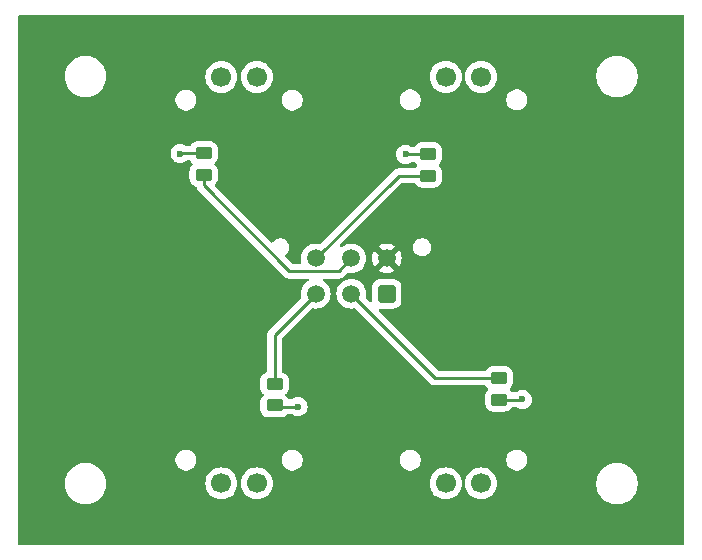
<source format=gbr>
%TF.GenerationSoftware,KiCad,Pcbnew,8.0.5*%
%TF.CreationDate,2024-10-02T10:46:16-05:00*%
%TF.ProjectId,FanBoardPCB,46616e42-6f61-4726-9450-43422e6b6963,rev?*%
%TF.SameCoordinates,Original*%
%TF.FileFunction,Copper,L2,Bot*%
%TF.FilePolarity,Positive*%
%FSLAX46Y46*%
G04 Gerber Fmt 4.6, Leading zero omitted, Abs format (unit mm)*
G04 Created by KiCad (PCBNEW 8.0.5) date 2024-10-02 10:46:16*
%MOMM*%
%LPD*%
G01*
G04 APERTURE LIST*
G04 Aperture macros list*
%AMRoundRect*
0 Rectangle with rounded corners*
0 $1 Rounding radius*
0 $2 $3 $4 $5 $6 $7 $8 $9 X,Y pos of 4 corners*
0 Add a 4 corners polygon primitive as box body*
4,1,4,$2,$3,$4,$5,$6,$7,$8,$9,$2,$3,0*
0 Add four circle primitives for the rounded corners*
1,1,$1+$1,$2,$3*
1,1,$1+$1,$4,$5*
1,1,$1+$1,$6,$7*
1,1,$1+$1,$8,$9*
0 Add four rect primitives between the rounded corners*
20,1,$1+$1,$2,$3,$4,$5,0*
20,1,$1+$1,$4,$5,$6,$7,0*
20,1,$1+$1,$6,$7,$8,$9,0*
20,1,$1+$1,$8,$9,$2,$3,0*%
G04 Aperture macros list end*
%TA.AperFunction,SMDPad,CuDef*%
%ADD10RoundRect,0.250000X0.450000X-0.262500X0.450000X0.262500X-0.450000X0.262500X-0.450000X-0.262500X0*%
%TD*%
%TA.AperFunction,ComponentPad*%
%ADD11RoundRect,0.250001X0.499999X0.499999X-0.499999X0.499999X-0.499999X-0.499999X0.499999X-0.499999X0*%
%TD*%
%TA.AperFunction,ComponentPad*%
%ADD12C,1.500000*%
%TD*%
%TA.AperFunction,ComponentPad*%
%ADD13C,1.700000*%
%TD*%
%TA.AperFunction,SMDPad,CuDef*%
%ADD14RoundRect,0.250000X-0.450000X0.262500X-0.450000X-0.262500X0.450000X-0.262500X0.450000X0.262500X0*%
%TD*%
%TA.AperFunction,ViaPad*%
%ADD15C,0.600000*%
%TD*%
%TA.AperFunction,Conductor*%
%ADD16C,0.250000*%
%TD*%
G04 APERTURE END LIST*
D10*
%TO.P,R6,1*%
%TO.N,/FAN4*%
X175500000Y-49912500D03*
%TO.P,R6,2*%
%TO.N,Net-(Q2-G)*%
X175500000Y-48087500D03*
%TD*%
%TO.P,R5,2*%
%TO.N,Net-(Q1-G)*%
X156500000Y-48000000D03*
%TO.P,R5,1*%
%TO.N,/FAN3*%
X156500000Y-49825000D03*
%TD*%
D11*
%TO.P,J13,1,Pin_1*%
%TO.N,+12V*%
X172000000Y-59920000D03*
D12*
%TO.P,J13,2,Pin_2*%
%TO.N,/FAN1*%
X169000000Y-59920000D03*
%TO.P,J13,3,Pin_3*%
%TO.N,/FAN2*%
X166000000Y-59920000D03*
%TO.P,J13,4,Pin_4*%
%TO.N,GNDPWR*%
X172000000Y-56920000D03*
%TO.P,J13,5,Pin_5*%
%TO.N,/FAN3*%
X169000000Y-56920000D03*
%TO.P,J13,6,Pin_6*%
%TO.N,/FAN4*%
X166000000Y-56920000D03*
%TD*%
D13*
%TO.P,J2,1,Pin_1*%
%TO.N,+12V*%
X180000000Y-41540000D03*
%TO.P,J2,2,Pin_2*%
%TO.N,Net-(D1-A)*%
X177000000Y-41540000D03*
%TD*%
%TO.P,J1,2,Pin_2*%
%TO.N,Net-(D2-A)*%
X158000000Y-41550000D03*
%TO.P,J1,1,Pin_1*%
%TO.N,+12V*%
X161000000Y-41550000D03*
%TD*%
%TO.P,J3,2,Pin_2*%
%TO.N,Net-(D3-A)*%
X180000000Y-75960000D03*
%TO.P,J3,1,Pin_1*%
%TO.N,+12V*%
X177000000Y-75960000D03*
%TD*%
D10*
%TO.P,R7,2*%
%TO.N,/FAN1*%
X181500000Y-67047500D03*
%TO.P,R7,1*%
%TO.N,Net-(Q4-G)*%
X181500000Y-68872500D03*
%TD*%
D14*
%TO.P,R8,2*%
%TO.N,Net-(Q3-G)*%
X162500000Y-69372500D03*
%TO.P,R8,1*%
%TO.N,/FAN2*%
X162500000Y-67547500D03*
%TD*%
D13*
%TO.P,J4,2,Pin_2*%
%TO.N,Net-(D4-A)*%
X161000000Y-75960000D03*
%TO.P,J4,1,Pin_1*%
%TO.N,+12V*%
X158000000Y-75960000D03*
%TD*%
D15*
%TO.N,GNDPWR*%
X154500000Y-49865000D03*
X184000000Y-58000000D03*
X154000000Y-57937500D03*
X164500000Y-67635000D03*
X183500000Y-66960000D03*
%TO.N,Net-(Q2-G)*%
X173600000Y-48100000D03*
%TO.N,Net-(Q1-G)*%
X154500000Y-48040000D03*
%TO.N,Net-(Q3-G)*%
X164500000Y-69460000D03*
%TO.N,Net-(Q4-G)*%
X183487500Y-68860000D03*
%TO.N,GNDPWR*%
X173500000Y-51500000D03*
%TD*%
D16*
%TO.N,Net-(Q2-G)*%
X175487500Y-48100000D02*
X175500000Y-48087500D01*
X173600000Y-48100000D02*
X175487500Y-48100000D01*
%TO.N,Net-(Q3-G)*%
X162587500Y-69460000D02*
X162500000Y-69372500D01*
X164500000Y-69460000D02*
X162587500Y-69460000D01*
%TO.N,Net-(Q4-G)*%
X183475000Y-68872500D02*
X183487500Y-68860000D01*
X181500000Y-68872500D02*
X183475000Y-68872500D01*
%TO.N,/FAN1*%
X176127500Y-67047500D02*
X169000000Y-59920000D01*
X181500000Y-67047500D02*
X176127500Y-67047500D01*
%TO.N,/FAN2*%
X162500000Y-63420000D02*
X166000000Y-59920000D01*
X162500000Y-67547500D02*
X162500000Y-63420000D01*
%TO.N,/FAN4*%
X173007500Y-49912500D02*
X166000000Y-56920000D01*
X175500000Y-49912500D02*
X173007500Y-49912500D01*
%TO.N,/FAN3*%
X167920000Y-58000000D02*
X169000000Y-56920000D01*
X163762764Y-58000000D02*
X167920000Y-58000000D01*
X156500000Y-49825000D02*
X156500000Y-50737236D01*
X156500000Y-50737236D02*
X163762764Y-58000000D01*
%TO.N,Net-(Q1-G)*%
X156500000Y-48000000D02*
X154540000Y-48000000D01*
X154540000Y-48000000D02*
X154500000Y-48040000D01*
%TD*%
%TA.AperFunction,Conductor*%
%TO.N,GNDPWR*%
G36*
X197142539Y-36320185D02*
G01*
X197188294Y-36372989D01*
X197199500Y-36424500D01*
X197199500Y-81075500D01*
X197179815Y-81142539D01*
X197127011Y-81188294D01*
X197075500Y-81199500D01*
X140924500Y-81199500D01*
X140857461Y-81179815D01*
X140811706Y-81127011D01*
X140800500Y-81075500D01*
X140800500Y-75885010D01*
X144745500Y-75885010D01*
X144745500Y-76114989D01*
X144745501Y-76115005D01*
X144775518Y-76343009D01*
X144775519Y-76343014D01*
X144775520Y-76343020D01*
X144835046Y-76565175D01*
X144835049Y-76565185D01*
X144923057Y-76777654D01*
X144923061Y-76777664D01*
X145038055Y-76976839D01*
X145178064Y-77159303D01*
X145178070Y-77159310D01*
X145340689Y-77321929D01*
X145340696Y-77321935D01*
X145523160Y-77461944D01*
X145722335Y-77576938D01*
X145722336Y-77576938D01*
X145722339Y-77576940D01*
X145934824Y-77664954D01*
X146156980Y-77724480D01*
X146385004Y-77754500D01*
X146385011Y-77754500D01*
X146614989Y-77754500D01*
X146614996Y-77754500D01*
X146843020Y-77724480D01*
X147065176Y-77664954D01*
X147277661Y-77576940D01*
X147476840Y-77461944D01*
X147659305Y-77321934D01*
X147821934Y-77159305D01*
X147961944Y-76976840D01*
X148076940Y-76777661D01*
X148164954Y-76565176D01*
X148224480Y-76343020D01*
X148254500Y-76114996D01*
X148254500Y-75959999D01*
X156644341Y-75959999D01*
X156644341Y-75960000D01*
X156664936Y-76195403D01*
X156664938Y-76195413D01*
X156726094Y-76423655D01*
X156726096Y-76423659D01*
X156726097Y-76423663D01*
X156792086Y-76565176D01*
X156825965Y-76637830D01*
X156825967Y-76637834D01*
X156923871Y-76777654D01*
X156961505Y-76831401D01*
X157128599Y-76998495D01*
X157225384Y-77066265D01*
X157322165Y-77134032D01*
X157322167Y-77134033D01*
X157322170Y-77134035D01*
X157536337Y-77233903D01*
X157764592Y-77295063D01*
X157952918Y-77311539D01*
X157999999Y-77315659D01*
X158000000Y-77315659D01*
X158000001Y-77315659D01*
X158039234Y-77312226D01*
X158235408Y-77295063D01*
X158463663Y-77233903D01*
X158677830Y-77134035D01*
X158871401Y-76998495D01*
X159038495Y-76831401D01*
X159174035Y-76637830D01*
X159273903Y-76423663D01*
X159335063Y-76195408D01*
X159355659Y-75960000D01*
X159355659Y-75959999D01*
X159644341Y-75959999D01*
X159644341Y-75960000D01*
X159664936Y-76195403D01*
X159664938Y-76195413D01*
X159726094Y-76423655D01*
X159726096Y-76423659D01*
X159726097Y-76423663D01*
X159792086Y-76565176D01*
X159825965Y-76637830D01*
X159825967Y-76637834D01*
X159923871Y-76777654D01*
X159961505Y-76831401D01*
X160128599Y-76998495D01*
X160225384Y-77066265D01*
X160322165Y-77134032D01*
X160322167Y-77134033D01*
X160322170Y-77134035D01*
X160536337Y-77233903D01*
X160764592Y-77295063D01*
X160952918Y-77311539D01*
X160999999Y-77315659D01*
X161000000Y-77315659D01*
X161000001Y-77315659D01*
X161039234Y-77312226D01*
X161235408Y-77295063D01*
X161463663Y-77233903D01*
X161677830Y-77134035D01*
X161871401Y-76998495D01*
X162038495Y-76831401D01*
X162174035Y-76637830D01*
X162273903Y-76423663D01*
X162335063Y-76195408D01*
X162355659Y-75960000D01*
X162355659Y-75959999D01*
X175644341Y-75959999D01*
X175644341Y-75960000D01*
X175664936Y-76195403D01*
X175664938Y-76195413D01*
X175726094Y-76423655D01*
X175726096Y-76423659D01*
X175726097Y-76423663D01*
X175792086Y-76565176D01*
X175825965Y-76637830D01*
X175825967Y-76637834D01*
X175923871Y-76777654D01*
X175961505Y-76831401D01*
X176128599Y-76998495D01*
X176225384Y-77066265D01*
X176322165Y-77134032D01*
X176322167Y-77134033D01*
X176322170Y-77134035D01*
X176536337Y-77233903D01*
X176764592Y-77295063D01*
X176952918Y-77311539D01*
X176999999Y-77315659D01*
X177000000Y-77315659D01*
X177000001Y-77315659D01*
X177039234Y-77312226D01*
X177235408Y-77295063D01*
X177463663Y-77233903D01*
X177677830Y-77134035D01*
X177871401Y-76998495D01*
X178038495Y-76831401D01*
X178174035Y-76637830D01*
X178273903Y-76423663D01*
X178335063Y-76195408D01*
X178355659Y-75960000D01*
X178355659Y-75959999D01*
X178644341Y-75959999D01*
X178644341Y-75960000D01*
X178664936Y-76195403D01*
X178664938Y-76195413D01*
X178726094Y-76423655D01*
X178726096Y-76423659D01*
X178726097Y-76423663D01*
X178792086Y-76565176D01*
X178825965Y-76637830D01*
X178825967Y-76637834D01*
X178923871Y-76777654D01*
X178961505Y-76831401D01*
X179128599Y-76998495D01*
X179225384Y-77066265D01*
X179322165Y-77134032D01*
X179322167Y-77134033D01*
X179322170Y-77134035D01*
X179536337Y-77233903D01*
X179764592Y-77295063D01*
X179952918Y-77311539D01*
X179999999Y-77315659D01*
X180000000Y-77315659D01*
X180000001Y-77315659D01*
X180039234Y-77312226D01*
X180235408Y-77295063D01*
X180463663Y-77233903D01*
X180677830Y-77134035D01*
X180871401Y-76998495D01*
X181038495Y-76831401D01*
X181174035Y-76637830D01*
X181273903Y-76423663D01*
X181335063Y-76195408D01*
X181355659Y-75960000D01*
X181349098Y-75885010D01*
X189745500Y-75885010D01*
X189745500Y-76114989D01*
X189745501Y-76115005D01*
X189775518Y-76343009D01*
X189775519Y-76343014D01*
X189775520Y-76343020D01*
X189835046Y-76565175D01*
X189835049Y-76565185D01*
X189923057Y-76777654D01*
X189923061Y-76777664D01*
X190038055Y-76976839D01*
X190178064Y-77159303D01*
X190178070Y-77159310D01*
X190340689Y-77321929D01*
X190340696Y-77321935D01*
X190523160Y-77461944D01*
X190722335Y-77576938D01*
X190722336Y-77576938D01*
X190722339Y-77576940D01*
X190934824Y-77664954D01*
X191156980Y-77724480D01*
X191385004Y-77754500D01*
X191385011Y-77754500D01*
X191614989Y-77754500D01*
X191614996Y-77754500D01*
X191843020Y-77724480D01*
X192065176Y-77664954D01*
X192277661Y-77576940D01*
X192476840Y-77461944D01*
X192659305Y-77321934D01*
X192821934Y-77159305D01*
X192961944Y-76976840D01*
X193076940Y-76777661D01*
X193164954Y-76565176D01*
X193224480Y-76343020D01*
X193254500Y-76114996D01*
X193254500Y-75885004D01*
X193224480Y-75656980D01*
X193164954Y-75434824D01*
X193076940Y-75222339D01*
X192961944Y-75023160D01*
X192883942Y-74921505D01*
X192821935Y-74840696D01*
X192821929Y-74840689D01*
X192659310Y-74678070D01*
X192659303Y-74678064D01*
X192476839Y-74538055D01*
X192277664Y-74423061D01*
X192277654Y-74423057D01*
X192065185Y-74335049D01*
X192065178Y-74335047D01*
X192065176Y-74335046D01*
X191843020Y-74275520D01*
X191843014Y-74275519D01*
X191843009Y-74275518D01*
X191615005Y-74245501D01*
X191615002Y-74245500D01*
X191614996Y-74245500D01*
X191385004Y-74245500D01*
X191384998Y-74245500D01*
X191384994Y-74245501D01*
X191156990Y-74275518D01*
X191156983Y-74275519D01*
X191156980Y-74275520D01*
X190934824Y-74335046D01*
X190934814Y-74335049D01*
X190722345Y-74423057D01*
X190722335Y-74423061D01*
X190523160Y-74538055D01*
X190340696Y-74678064D01*
X190340689Y-74678070D01*
X190178070Y-74840689D01*
X190178064Y-74840696D01*
X190038055Y-75023160D01*
X189923061Y-75222335D01*
X189923057Y-75222345D01*
X189835049Y-75434814D01*
X189835046Y-75434824D01*
X189775521Y-75656977D01*
X189775518Y-75656990D01*
X189745501Y-75884994D01*
X189745500Y-75885010D01*
X181349098Y-75885010D01*
X181335063Y-75724592D01*
X181273903Y-75496337D01*
X181174035Y-75282171D01*
X181132141Y-75222339D01*
X181038494Y-75088597D01*
X180871402Y-74921506D01*
X180871395Y-74921501D01*
X180677834Y-74785967D01*
X180677830Y-74785965D01*
X180677828Y-74785964D01*
X180463663Y-74686097D01*
X180463659Y-74686096D01*
X180463655Y-74686094D01*
X180235413Y-74624938D01*
X180235403Y-74624936D01*
X180000001Y-74604341D01*
X179999999Y-74604341D01*
X179764596Y-74624936D01*
X179764586Y-74624938D01*
X179536344Y-74686094D01*
X179536335Y-74686098D01*
X179322171Y-74785964D01*
X179322169Y-74785965D01*
X179128597Y-74921505D01*
X178961505Y-75088597D01*
X178825965Y-75282169D01*
X178825964Y-75282171D01*
X178726098Y-75496335D01*
X178726094Y-75496344D01*
X178664938Y-75724586D01*
X178664936Y-75724596D01*
X178644341Y-75959999D01*
X178355659Y-75959999D01*
X178335063Y-75724592D01*
X178273903Y-75496337D01*
X178174035Y-75282171D01*
X178132141Y-75222339D01*
X178038494Y-75088597D01*
X177871402Y-74921506D01*
X177871395Y-74921501D01*
X177677834Y-74785967D01*
X177677830Y-74785965D01*
X177677828Y-74785964D01*
X177463663Y-74686097D01*
X177463659Y-74686096D01*
X177463655Y-74686094D01*
X177235413Y-74624938D01*
X177235403Y-74624936D01*
X177000001Y-74604341D01*
X176999999Y-74604341D01*
X176764596Y-74624936D01*
X176764586Y-74624938D01*
X176536344Y-74686094D01*
X176536335Y-74686098D01*
X176322171Y-74785964D01*
X176322169Y-74785965D01*
X176128597Y-74921505D01*
X175961505Y-75088597D01*
X175825965Y-75282169D01*
X175825964Y-75282171D01*
X175726098Y-75496335D01*
X175726094Y-75496344D01*
X175664938Y-75724586D01*
X175664936Y-75724596D01*
X175644341Y-75959999D01*
X162355659Y-75959999D01*
X162335063Y-75724592D01*
X162273903Y-75496337D01*
X162174035Y-75282171D01*
X162132141Y-75222339D01*
X162038494Y-75088597D01*
X161871402Y-74921506D01*
X161871395Y-74921501D01*
X161677834Y-74785967D01*
X161677830Y-74785965D01*
X161677828Y-74785964D01*
X161463663Y-74686097D01*
X161463659Y-74686096D01*
X161463655Y-74686094D01*
X161235413Y-74624938D01*
X161235403Y-74624936D01*
X161000001Y-74604341D01*
X160999999Y-74604341D01*
X160764596Y-74624936D01*
X160764586Y-74624938D01*
X160536344Y-74686094D01*
X160536335Y-74686098D01*
X160322171Y-74785964D01*
X160322169Y-74785965D01*
X160128597Y-74921505D01*
X159961505Y-75088597D01*
X159825965Y-75282169D01*
X159825964Y-75282171D01*
X159726098Y-75496335D01*
X159726094Y-75496344D01*
X159664938Y-75724586D01*
X159664936Y-75724596D01*
X159644341Y-75959999D01*
X159355659Y-75959999D01*
X159335063Y-75724592D01*
X159273903Y-75496337D01*
X159174035Y-75282171D01*
X159132141Y-75222339D01*
X159038494Y-75088597D01*
X158871402Y-74921506D01*
X158871395Y-74921501D01*
X158677834Y-74785967D01*
X158677830Y-74785965D01*
X158677828Y-74785964D01*
X158463663Y-74686097D01*
X158463659Y-74686096D01*
X158463655Y-74686094D01*
X158235413Y-74624938D01*
X158235403Y-74624936D01*
X158000001Y-74604341D01*
X157999999Y-74604341D01*
X157764596Y-74624936D01*
X157764586Y-74624938D01*
X157536344Y-74686094D01*
X157536335Y-74686098D01*
X157322171Y-74785964D01*
X157322169Y-74785965D01*
X157128597Y-74921505D01*
X156961505Y-75088597D01*
X156825965Y-75282169D01*
X156825964Y-75282171D01*
X156726098Y-75496335D01*
X156726094Y-75496344D01*
X156664938Y-75724586D01*
X156664936Y-75724596D01*
X156644341Y-75959999D01*
X148254500Y-75959999D01*
X148254500Y-75885004D01*
X148224480Y-75656980D01*
X148164954Y-75434824D01*
X148076940Y-75222339D01*
X147961944Y-75023160D01*
X147883942Y-74921505D01*
X147821935Y-74840696D01*
X147821929Y-74840689D01*
X147659310Y-74678070D01*
X147659303Y-74678064D01*
X147476839Y-74538055D01*
X147277664Y-74423061D01*
X147277654Y-74423057D01*
X147065185Y-74335049D01*
X147065178Y-74335047D01*
X147065176Y-74335046D01*
X146843020Y-74275520D01*
X146843014Y-74275519D01*
X146843009Y-74275518D01*
X146615005Y-74245501D01*
X146615002Y-74245500D01*
X146614996Y-74245500D01*
X146385004Y-74245500D01*
X146384998Y-74245500D01*
X146384994Y-74245501D01*
X146156990Y-74275518D01*
X146156983Y-74275519D01*
X146156980Y-74275520D01*
X145934824Y-74335046D01*
X145934814Y-74335049D01*
X145722345Y-74423057D01*
X145722335Y-74423061D01*
X145523160Y-74538055D01*
X145340696Y-74678064D01*
X145340689Y-74678070D01*
X145178070Y-74840689D01*
X145178064Y-74840696D01*
X145038055Y-75023160D01*
X144923061Y-75222335D01*
X144923057Y-75222345D01*
X144835049Y-75434814D01*
X144835046Y-75434824D01*
X144775521Y-75656977D01*
X144775518Y-75656990D01*
X144745501Y-75884994D01*
X144745500Y-75885010D01*
X140800500Y-75885010D01*
X140800500Y-73912387D01*
X154110500Y-73912387D01*
X154110500Y-74087612D01*
X154144681Y-74259450D01*
X154144684Y-74259462D01*
X154211731Y-74421329D01*
X154211738Y-74421342D01*
X154309079Y-74567022D01*
X154309082Y-74567026D01*
X154432973Y-74690917D01*
X154432977Y-74690920D01*
X154578657Y-74788261D01*
X154578670Y-74788268D01*
X154740537Y-74855315D01*
X154740542Y-74855317D01*
X154912387Y-74889499D01*
X154912391Y-74889500D01*
X154912392Y-74889500D01*
X155087609Y-74889500D01*
X155087610Y-74889499D01*
X155259458Y-74855317D01*
X155421336Y-74788265D01*
X155567023Y-74690920D01*
X155690920Y-74567023D01*
X155788265Y-74421336D01*
X155855317Y-74259458D01*
X155889500Y-74087608D01*
X155889500Y-73912392D01*
X155889499Y-73912387D01*
X163110500Y-73912387D01*
X163110500Y-74087612D01*
X163144681Y-74259450D01*
X163144684Y-74259462D01*
X163211731Y-74421329D01*
X163211738Y-74421342D01*
X163309079Y-74567022D01*
X163309082Y-74567026D01*
X163432973Y-74690917D01*
X163432977Y-74690920D01*
X163578657Y-74788261D01*
X163578670Y-74788268D01*
X163740537Y-74855315D01*
X163740542Y-74855317D01*
X163912387Y-74889499D01*
X163912391Y-74889500D01*
X163912392Y-74889500D01*
X164087609Y-74889500D01*
X164087610Y-74889499D01*
X164259458Y-74855317D01*
X164421336Y-74788265D01*
X164567023Y-74690920D01*
X164690920Y-74567023D01*
X164788265Y-74421336D01*
X164855317Y-74259458D01*
X164889500Y-74087608D01*
X164889500Y-73912392D01*
X164889499Y-73912387D01*
X173110500Y-73912387D01*
X173110500Y-74087612D01*
X173144681Y-74259450D01*
X173144684Y-74259462D01*
X173211731Y-74421329D01*
X173211738Y-74421342D01*
X173309079Y-74567022D01*
X173309082Y-74567026D01*
X173432973Y-74690917D01*
X173432977Y-74690920D01*
X173578657Y-74788261D01*
X173578670Y-74788268D01*
X173740537Y-74855315D01*
X173740542Y-74855317D01*
X173912387Y-74889499D01*
X173912391Y-74889500D01*
X173912392Y-74889500D01*
X174087609Y-74889500D01*
X174087610Y-74889499D01*
X174259458Y-74855317D01*
X174421336Y-74788265D01*
X174567023Y-74690920D01*
X174690920Y-74567023D01*
X174788265Y-74421336D01*
X174855317Y-74259458D01*
X174889500Y-74087608D01*
X174889500Y-73912392D01*
X174889499Y-73912387D01*
X182110500Y-73912387D01*
X182110500Y-74087612D01*
X182144681Y-74259450D01*
X182144684Y-74259462D01*
X182211731Y-74421329D01*
X182211738Y-74421342D01*
X182309079Y-74567022D01*
X182309082Y-74567026D01*
X182432973Y-74690917D01*
X182432977Y-74690920D01*
X182578657Y-74788261D01*
X182578670Y-74788268D01*
X182740537Y-74855315D01*
X182740542Y-74855317D01*
X182912387Y-74889499D01*
X182912391Y-74889500D01*
X182912392Y-74889500D01*
X183087609Y-74889500D01*
X183087610Y-74889499D01*
X183259458Y-74855317D01*
X183421336Y-74788265D01*
X183567023Y-74690920D01*
X183690920Y-74567023D01*
X183788265Y-74421336D01*
X183855317Y-74259458D01*
X183889500Y-74087608D01*
X183889500Y-73912392D01*
X183855317Y-73740542D01*
X183855315Y-73740537D01*
X183788268Y-73578670D01*
X183788261Y-73578657D01*
X183690920Y-73432977D01*
X183690917Y-73432973D01*
X183567026Y-73309082D01*
X183567022Y-73309079D01*
X183421342Y-73211738D01*
X183421329Y-73211731D01*
X183259462Y-73144684D01*
X183259450Y-73144681D01*
X183087612Y-73110500D01*
X183087608Y-73110500D01*
X182912392Y-73110500D01*
X182912387Y-73110500D01*
X182740549Y-73144681D01*
X182740537Y-73144684D01*
X182578670Y-73211731D01*
X182578657Y-73211738D01*
X182432977Y-73309079D01*
X182432973Y-73309082D01*
X182309082Y-73432973D01*
X182309079Y-73432977D01*
X182211738Y-73578657D01*
X182211731Y-73578670D01*
X182144684Y-73740537D01*
X182144681Y-73740549D01*
X182110500Y-73912387D01*
X174889499Y-73912387D01*
X174855317Y-73740542D01*
X174855315Y-73740537D01*
X174788268Y-73578670D01*
X174788261Y-73578657D01*
X174690920Y-73432977D01*
X174690917Y-73432973D01*
X174567026Y-73309082D01*
X174567022Y-73309079D01*
X174421342Y-73211738D01*
X174421329Y-73211731D01*
X174259462Y-73144684D01*
X174259450Y-73144681D01*
X174087612Y-73110500D01*
X174087608Y-73110500D01*
X173912392Y-73110500D01*
X173912387Y-73110500D01*
X173740549Y-73144681D01*
X173740537Y-73144684D01*
X173578670Y-73211731D01*
X173578657Y-73211738D01*
X173432977Y-73309079D01*
X173432973Y-73309082D01*
X173309082Y-73432973D01*
X173309079Y-73432977D01*
X173211738Y-73578657D01*
X173211731Y-73578670D01*
X173144684Y-73740537D01*
X173144681Y-73740549D01*
X173110500Y-73912387D01*
X164889499Y-73912387D01*
X164855317Y-73740542D01*
X164855315Y-73740537D01*
X164788268Y-73578670D01*
X164788261Y-73578657D01*
X164690920Y-73432977D01*
X164690917Y-73432973D01*
X164567026Y-73309082D01*
X164567022Y-73309079D01*
X164421342Y-73211738D01*
X164421329Y-73211731D01*
X164259462Y-73144684D01*
X164259450Y-73144681D01*
X164087612Y-73110500D01*
X164087608Y-73110500D01*
X163912392Y-73110500D01*
X163912387Y-73110500D01*
X163740549Y-73144681D01*
X163740537Y-73144684D01*
X163578670Y-73211731D01*
X163578657Y-73211738D01*
X163432977Y-73309079D01*
X163432973Y-73309082D01*
X163309082Y-73432973D01*
X163309079Y-73432977D01*
X163211738Y-73578657D01*
X163211731Y-73578670D01*
X163144684Y-73740537D01*
X163144681Y-73740549D01*
X163110500Y-73912387D01*
X155889499Y-73912387D01*
X155855317Y-73740542D01*
X155855315Y-73740537D01*
X155788268Y-73578670D01*
X155788261Y-73578657D01*
X155690920Y-73432977D01*
X155690917Y-73432973D01*
X155567026Y-73309082D01*
X155567022Y-73309079D01*
X155421342Y-73211738D01*
X155421329Y-73211731D01*
X155259462Y-73144684D01*
X155259450Y-73144681D01*
X155087612Y-73110500D01*
X155087608Y-73110500D01*
X154912392Y-73110500D01*
X154912387Y-73110500D01*
X154740549Y-73144681D01*
X154740537Y-73144684D01*
X154578670Y-73211731D01*
X154578657Y-73211738D01*
X154432977Y-73309079D01*
X154432973Y-73309082D01*
X154309082Y-73432973D01*
X154309079Y-73432977D01*
X154211738Y-73578657D01*
X154211731Y-73578670D01*
X154144684Y-73740537D01*
X154144681Y-73740549D01*
X154110500Y-73912387D01*
X140800500Y-73912387D01*
X140800500Y-48039996D01*
X153694435Y-48039996D01*
X153694435Y-48040003D01*
X153714630Y-48219249D01*
X153714631Y-48219254D01*
X153774211Y-48389523D01*
X153811912Y-48449523D01*
X153870184Y-48542262D01*
X153997738Y-48669816D01*
X154020953Y-48684403D01*
X154095361Y-48731157D01*
X154150478Y-48765789D01*
X154203674Y-48784403D01*
X154320745Y-48825368D01*
X154320750Y-48825369D01*
X154499996Y-48845565D01*
X154500000Y-48845565D01*
X154500004Y-48845565D01*
X154679249Y-48825369D01*
X154679252Y-48825368D01*
X154679255Y-48825368D01*
X154849522Y-48765789D01*
X155002262Y-48669816D01*
X155010259Y-48661819D01*
X155071582Y-48628334D01*
X155097940Y-48625500D01*
X155322912Y-48625500D01*
X155389951Y-48645185D01*
X155428449Y-48684401D01*
X155457288Y-48731156D01*
X155457289Y-48731157D01*
X155550951Y-48824819D01*
X155584436Y-48886142D01*
X155579452Y-48955834D01*
X155550951Y-49000181D01*
X155457289Y-49093842D01*
X155365187Y-49243163D01*
X155365185Y-49243168D01*
X155344017Y-49307049D01*
X155310001Y-49409703D01*
X155310001Y-49409704D01*
X155310000Y-49409704D01*
X155299500Y-49512483D01*
X155299500Y-50137501D01*
X155299501Y-50137519D01*
X155310000Y-50240296D01*
X155310001Y-50240299D01*
X155365185Y-50406831D01*
X155365186Y-50406834D01*
X155457288Y-50556156D01*
X155581344Y-50680212D01*
X155730666Y-50772314D01*
X155810471Y-50798758D01*
X155867915Y-50838531D01*
X155893083Y-50892271D01*
X155897604Y-50914998D01*
X155898537Y-50919688D01*
X155912347Y-50953028D01*
X155912347Y-50953029D01*
X155945685Y-51033516D01*
X155945690Y-51033525D01*
X155979914Y-51084743D01*
X155979915Y-51084745D01*
X156014140Y-51135967D01*
X156014141Y-51135968D01*
X156014142Y-51135969D01*
X156101267Y-51223094D01*
X156101268Y-51223094D01*
X156108335Y-51230161D01*
X156108334Y-51230161D01*
X156108337Y-51230163D01*
X163276905Y-58398732D01*
X163276906Y-58398733D01*
X163364030Y-58485857D01*
X163364032Y-58485859D01*
X163466471Y-58554307D01*
X163466475Y-58554309D01*
X163466478Y-58554311D01*
X163580312Y-58601463D01*
X163640735Y-58613481D01*
X163701157Y-58625500D01*
X165275279Y-58625500D01*
X165342318Y-58645185D01*
X165388073Y-58697989D01*
X165398017Y-58767147D01*
X165368992Y-58830703D01*
X165346402Y-58851075D01*
X165193121Y-58958402D01*
X165038402Y-59113121D01*
X164912900Y-59292357D01*
X164912898Y-59292361D01*
X164820426Y-59490668D01*
X164820422Y-59490677D01*
X164763793Y-59702020D01*
X164763793Y-59702024D01*
X164744723Y-59919997D01*
X164744723Y-59920002D01*
X164763793Y-60137975D01*
X164763793Y-60137976D01*
X164773505Y-60174221D01*
X164771842Y-60244071D01*
X164741411Y-60293996D01*
X162101269Y-62934140D01*
X162014144Y-63021264D01*
X162014138Y-63021272D01*
X161945692Y-63123705D01*
X161945684Y-63123719D01*
X161912347Y-63204207D01*
X161906823Y-63217543D01*
X161898537Y-63237545D01*
X161898535Y-63237553D01*
X161874500Y-63358389D01*
X161874500Y-66462983D01*
X161854815Y-66530022D01*
X161802011Y-66575777D01*
X161789510Y-66580686D01*
X161730666Y-66600186D01*
X161730663Y-66600187D01*
X161581342Y-66692289D01*
X161457289Y-66816342D01*
X161365187Y-66965663D01*
X161365186Y-66965666D01*
X161310001Y-67132203D01*
X161310001Y-67132204D01*
X161310000Y-67132204D01*
X161299500Y-67234983D01*
X161299500Y-67860001D01*
X161299501Y-67860019D01*
X161310000Y-67962796D01*
X161310001Y-67962799D01*
X161365185Y-68129331D01*
X161365187Y-68129336D01*
X161372594Y-68141344D01*
X161427390Y-68230184D01*
X161457289Y-68278657D01*
X161550951Y-68372319D01*
X161584436Y-68433642D01*
X161579452Y-68503334D01*
X161550951Y-68547681D01*
X161457289Y-68641342D01*
X161365187Y-68790663D01*
X161365186Y-68790666D01*
X161310001Y-68957203D01*
X161310001Y-68957204D01*
X161310000Y-68957204D01*
X161299500Y-69059983D01*
X161299500Y-69685001D01*
X161299501Y-69685019D01*
X161310000Y-69787796D01*
X161310001Y-69787799D01*
X161365185Y-69954331D01*
X161365186Y-69954334D01*
X161457288Y-70103656D01*
X161581344Y-70227712D01*
X161730666Y-70319814D01*
X161897203Y-70374999D01*
X161999991Y-70385500D01*
X163000008Y-70385499D01*
X163000016Y-70385498D01*
X163000019Y-70385498D01*
X163056302Y-70379748D01*
X163102797Y-70374999D01*
X163269334Y-70319814D01*
X163418656Y-70227712D01*
X163524550Y-70121818D01*
X163585873Y-70088334D01*
X163612231Y-70085500D01*
X163955145Y-70085500D01*
X164021116Y-70104505D01*
X164150478Y-70185789D01*
X164270287Y-70227712D01*
X164320745Y-70245368D01*
X164320750Y-70245369D01*
X164499996Y-70265565D01*
X164500000Y-70265565D01*
X164500004Y-70265565D01*
X164679249Y-70245369D01*
X164679252Y-70245368D01*
X164679255Y-70245368D01*
X164849522Y-70185789D01*
X165002262Y-70089816D01*
X165129816Y-69962262D01*
X165225789Y-69809522D01*
X165285368Y-69639255D01*
X165291392Y-69585789D01*
X165305565Y-69460003D01*
X165305565Y-69459996D01*
X165285369Y-69280750D01*
X165285368Y-69280745D01*
X165225788Y-69110476D01*
X165129815Y-68957737D01*
X165002262Y-68830184D01*
X164849523Y-68734211D01*
X164679254Y-68674631D01*
X164679249Y-68674630D01*
X164500004Y-68654435D01*
X164499996Y-68654435D01*
X164320750Y-68674630D01*
X164320745Y-68674631D01*
X164150476Y-68734211D01*
X164021117Y-68815494D01*
X163955145Y-68834500D01*
X163731058Y-68834500D01*
X163664019Y-68814815D01*
X163625519Y-68775597D01*
X163599992Y-68734211D01*
X163542712Y-68641344D01*
X163449049Y-68547681D01*
X163415564Y-68486358D01*
X163420548Y-68416666D01*
X163449049Y-68372319D01*
X163463631Y-68357737D01*
X163542712Y-68278656D01*
X163634814Y-68129334D01*
X163689999Y-67962797D01*
X163700500Y-67860009D01*
X163700499Y-67234992D01*
X163689999Y-67132203D01*
X163634814Y-66965666D01*
X163542712Y-66816344D01*
X163418656Y-66692288D01*
X163269334Y-66600186D01*
X163210493Y-66580688D01*
X163153051Y-66540916D01*
X163126228Y-66476400D01*
X163125500Y-66462983D01*
X163125500Y-63730452D01*
X163145185Y-63663413D01*
X163161819Y-63642771D01*
X163870450Y-62934140D01*
X165626003Y-61178586D01*
X165687324Y-61145103D01*
X165745777Y-61146495D01*
X165782015Y-61156205D01*
X165782016Y-61156205D01*
X165782023Y-61156207D01*
X165967537Y-61172437D01*
X165999998Y-61175277D01*
X166000000Y-61175277D01*
X166000002Y-61175277D01*
X166028254Y-61172805D01*
X166217977Y-61156207D01*
X166429330Y-61099575D01*
X166627639Y-61007102D01*
X166806877Y-60881598D01*
X166961598Y-60726877D01*
X167087102Y-60547639D01*
X167179575Y-60349330D01*
X167236207Y-60137977D01*
X167255277Y-59920000D01*
X167255277Y-59919997D01*
X167744723Y-59919997D01*
X167744723Y-59920002D01*
X167763793Y-60137975D01*
X167763793Y-60137979D01*
X167820422Y-60349322D01*
X167820424Y-60349326D01*
X167820425Y-60349330D01*
X167866661Y-60448484D01*
X167912897Y-60547638D01*
X167912898Y-60547639D01*
X168038402Y-60726877D01*
X168193123Y-60881598D01*
X168372361Y-61007102D01*
X168570670Y-61099575D01*
X168782023Y-61156207D01*
X168964926Y-61172208D01*
X168999998Y-61175277D01*
X169000000Y-61175277D01*
X169000002Y-61175277D01*
X169030212Y-61172633D01*
X169217977Y-61156207D01*
X169217985Y-61156205D01*
X169227156Y-61153747D01*
X169254221Y-61146495D01*
X169324071Y-61148156D01*
X169373998Y-61178588D01*
X175638516Y-67443106D01*
X175638545Y-67443137D01*
X175728763Y-67533355D01*
X175728767Y-67533358D01*
X175831207Y-67601807D01*
X175831213Y-67601810D01*
X175831214Y-67601811D01*
X175945048Y-67648963D01*
X176005471Y-67660981D01*
X176065893Y-67673000D01*
X176065894Y-67673000D01*
X180322912Y-67673000D01*
X180389951Y-67692685D01*
X180428451Y-67731903D01*
X180457289Y-67778657D01*
X180550951Y-67872319D01*
X180584436Y-67933642D01*
X180579452Y-68003334D01*
X180550951Y-68047681D01*
X180457289Y-68141342D01*
X180365187Y-68290663D01*
X180365186Y-68290666D01*
X180310001Y-68457203D01*
X180310001Y-68457204D01*
X180310000Y-68457204D01*
X180299500Y-68559983D01*
X180299500Y-69185001D01*
X180299501Y-69185019D01*
X180310000Y-69287796D01*
X180310001Y-69287799D01*
X180365185Y-69454331D01*
X180365187Y-69454336D01*
X180387071Y-69489815D01*
X180457288Y-69603656D01*
X180581344Y-69727712D01*
X180730666Y-69819814D01*
X180897203Y-69874999D01*
X180999991Y-69885500D01*
X182000008Y-69885499D01*
X182000016Y-69885498D01*
X182000019Y-69885498D01*
X182056302Y-69879748D01*
X182102797Y-69874999D01*
X182269334Y-69819814D01*
X182418656Y-69727712D01*
X182542712Y-69603656D01*
X182571549Y-69556902D01*
X182623497Y-69510179D01*
X182677088Y-69498000D01*
X182962539Y-69498000D01*
X183028510Y-69517005D01*
X183137978Y-69585789D01*
X183290758Y-69639249D01*
X183308245Y-69645368D01*
X183308250Y-69645369D01*
X183487496Y-69665565D01*
X183487500Y-69665565D01*
X183487504Y-69665565D01*
X183666749Y-69645369D01*
X183666752Y-69645368D01*
X183666755Y-69645368D01*
X183837022Y-69585789D01*
X183989762Y-69489816D01*
X184117316Y-69362262D01*
X184213289Y-69209522D01*
X184272868Y-69039255D01*
X184293065Y-68860000D01*
X184288050Y-68815494D01*
X184272869Y-68680750D01*
X184272868Y-68680745D01*
X184230614Y-68559991D01*
X184213289Y-68510478D01*
X184198133Y-68486358D01*
X184117315Y-68357737D01*
X183989762Y-68230184D01*
X183837023Y-68134211D01*
X183666754Y-68074631D01*
X183666749Y-68074630D01*
X183487504Y-68054435D01*
X183487496Y-68054435D01*
X183308250Y-68074630D01*
X183308245Y-68074631D01*
X183137977Y-68134211D01*
X183052219Y-68188097D01*
X182988722Y-68227994D01*
X182922752Y-68247000D01*
X182677088Y-68247000D01*
X182610049Y-68227315D01*
X182571549Y-68188097D01*
X182542712Y-68141344D01*
X182449049Y-68047681D01*
X182415564Y-67986358D01*
X182420548Y-67916666D01*
X182449049Y-67872319D01*
X182461367Y-67860001D01*
X182542712Y-67778656D01*
X182634814Y-67629334D01*
X182689999Y-67462797D01*
X182700500Y-67360009D01*
X182700499Y-66734992D01*
X182689999Y-66632203D01*
X182634814Y-66465666D01*
X182542712Y-66316344D01*
X182418656Y-66192288D01*
X182269334Y-66100186D01*
X182102797Y-66045001D01*
X182102795Y-66045000D01*
X182000010Y-66034500D01*
X180999998Y-66034500D01*
X180999980Y-66034501D01*
X180897203Y-66045000D01*
X180897200Y-66045001D01*
X180730668Y-66100185D01*
X180730663Y-66100187D01*
X180581342Y-66192289D01*
X180457289Y-66316342D01*
X180428451Y-66363097D01*
X180376503Y-66409821D01*
X180322912Y-66422000D01*
X176437952Y-66422000D01*
X176370913Y-66402315D01*
X176350271Y-66385681D01*
X171345721Y-61381131D01*
X171312236Y-61319808D01*
X171317220Y-61250116D01*
X171359092Y-61194183D01*
X171424556Y-61169766D01*
X171446006Y-61170092D01*
X171449992Y-61170500D01*
X171449998Y-61170500D01*
X172550003Y-61170500D01*
X172550008Y-61170500D01*
X172652797Y-61159999D01*
X172819334Y-61104814D01*
X172968655Y-61012711D01*
X173092711Y-60888655D01*
X173184814Y-60739334D01*
X173239999Y-60572797D01*
X173250500Y-60470008D01*
X173250500Y-59369992D01*
X173239999Y-59267203D01*
X173184814Y-59100666D01*
X173097064Y-58958403D01*
X173092713Y-58951348D01*
X173092710Y-58951344D01*
X172968655Y-58827289D01*
X172968651Y-58827286D01*
X172819337Y-58735187D01*
X172819335Y-58735186D01*
X172664240Y-58683793D01*
X172652797Y-58680001D01*
X172652795Y-58680000D01*
X172550015Y-58669500D01*
X172550008Y-58669500D01*
X171449992Y-58669500D01*
X171449984Y-58669500D01*
X171347204Y-58680000D01*
X171347203Y-58680001D01*
X171180664Y-58735186D01*
X171180662Y-58735187D01*
X171031348Y-58827286D01*
X171031344Y-58827289D01*
X170907289Y-58951344D01*
X170907286Y-58951348D01*
X170815187Y-59100662D01*
X170815186Y-59100664D01*
X170760001Y-59267203D01*
X170760000Y-59267204D01*
X170749500Y-59369984D01*
X170749500Y-60470020D01*
X170749907Y-60473996D01*
X170737137Y-60542689D01*
X170689256Y-60593573D01*
X170621466Y-60610493D01*
X170555290Y-60588077D01*
X170538868Y-60574278D01*
X170258588Y-60293998D01*
X170225103Y-60232675D01*
X170226495Y-60174221D01*
X170236206Y-60137981D01*
X170236206Y-60137979D01*
X170236207Y-60137977D01*
X170255277Y-59920000D01*
X170236207Y-59702023D01*
X170179575Y-59490670D01*
X170087102Y-59292362D01*
X170087100Y-59292359D01*
X170087099Y-59292357D01*
X169961599Y-59113124D01*
X169949137Y-59100662D01*
X169806877Y-58958402D01*
X169668978Y-58861844D01*
X169627638Y-58832897D01*
X169528484Y-58786661D01*
X169429330Y-58740425D01*
X169429326Y-58740424D01*
X169429322Y-58740422D01*
X169217977Y-58683793D01*
X169000002Y-58664723D01*
X168999998Y-58664723D01*
X168854682Y-58677436D01*
X168782023Y-58683793D01*
X168782020Y-58683793D01*
X168570677Y-58740422D01*
X168570668Y-58740426D01*
X168372361Y-58832898D01*
X168372357Y-58832900D01*
X168193121Y-58958402D01*
X168038402Y-59113121D01*
X167912900Y-59292357D01*
X167912898Y-59292361D01*
X167820426Y-59490668D01*
X167820422Y-59490677D01*
X167763793Y-59702020D01*
X167763793Y-59702024D01*
X167744723Y-59919997D01*
X167255277Y-59919997D01*
X167236207Y-59702023D01*
X167179575Y-59490670D01*
X167087102Y-59292362D01*
X167087100Y-59292359D01*
X167087099Y-59292357D01*
X166961599Y-59113124D01*
X166949137Y-59100662D01*
X166806877Y-58958402D01*
X166788001Y-58945185D01*
X166653598Y-58851074D01*
X166609973Y-58796497D01*
X166602781Y-58726999D01*
X166634303Y-58664644D01*
X166694533Y-58629231D01*
X166724722Y-58625500D01*
X167981607Y-58625500D01*
X168042029Y-58613481D01*
X168102452Y-58601463D01*
X168102455Y-58601461D01*
X168102458Y-58601461D01*
X168135787Y-58587654D01*
X168135786Y-58587654D01*
X168135792Y-58587652D01*
X168216286Y-58554312D01*
X168267509Y-58520084D01*
X168318733Y-58485858D01*
X168405858Y-58398733D01*
X168405858Y-58398731D01*
X168416066Y-58388524D01*
X168416068Y-58388521D01*
X168626002Y-58178586D01*
X168687323Y-58145103D01*
X168745774Y-58146493D01*
X168782023Y-58156207D01*
X168937720Y-58169828D01*
X168999998Y-58175277D01*
X169000000Y-58175277D01*
X169000002Y-58175277D01*
X169028254Y-58172805D01*
X169217977Y-58156207D01*
X169429330Y-58099575D01*
X169627639Y-58007102D01*
X169806877Y-57881598D01*
X169961598Y-57726877D01*
X170087102Y-57547639D01*
X170179575Y-57349330D01*
X170236207Y-57137977D01*
X170255277Y-56920000D01*
X170255277Y-56919999D01*
X170745225Y-56919999D01*
X170745225Y-56920000D01*
X170764287Y-57137884D01*
X170764289Y-57137894D01*
X170820894Y-57349150D01*
X170820898Y-57349159D01*
X170913333Y-57547387D01*
X170956874Y-57609571D01*
X171508871Y-57057574D01*
X171524755Y-57116853D01*
X171591898Y-57233147D01*
X171686853Y-57328102D01*
X171803147Y-57395245D01*
X171862424Y-57411128D01*
X171310427Y-57963124D01*
X171372612Y-58006666D01*
X171570840Y-58099101D01*
X171570849Y-58099105D01*
X171782105Y-58155710D01*
X171782115Y-58155712D01*
X171999999Y-58174775D01*
X172000001Y-58174775D01*
X172217884Y-58155712D01*
X172217894Y-58155710D01*
X172429150Y-58099105D01*
X172429164Y-58099100D01*
X172627383Y-58006669D01*
X172627385Y-58006668D01*
X172689571Y-57963124D01*
X172137575Y-57411127D01*
X172196853Y-57395245D01*
X172313147Y-57328102D01*
X172408102Y-57233147D01*
X172475245Y-57116853D01*
X172491128Y-57057574D01*
X173043124Y-57609570D01*
X173086668Y-57547385D01*
X173086669Y-57547383D01*
X173179100Y-57349164D01*
X173179105Y-57349150D01*
X173235710Y-57137894D01*
X173235712Y-57137884D01*
X173254775Y-56920000D01*
X173254775Y-56919999D01*
X173235712Y-56702115D01*
X173235710Y-56702105D01*
X173179105Y-56490849D01*
X173179101Y-56490840D01*
X173086667Y-56292614D01*
X173086666Y-56292612D01*
X173043124Y-56230428D01*
X173043124Y-56230427D01*
X172491127Y-56782423D01*
X172475245Y-56723147D01*
X172408102Y-56606853D01*
X172313147Y-56511898D01*
X172196853Y-56444755D01*
X172137574Y-56428871D01*
X172661747Y-55904698D01*
X174235500Y-55904698D01*
X174235500Y-56055301D01*
X174264877Y-56202988D01*
X174264879Y-56202996D01*
X174322507Y-56342124D01*
X174322512Y-56342133D01*
X174406173Y-56467339D01*
X174406176Y-56467343D01*
X174512656Y-56573823D01*
X174512660Y-56573826D01*
X174637866Y-56657487D01*
X174637872Y-56657490D01*
X174637873Y-56657491D01*
X174777004Y-56715121D01*
X174924698Y-56744499D01*
X174924702Y-56744500D01*
X174924703Y-56744500D01*
X175075298Y-56744500D01*
X175075299Y-56744499D01*
X175222996Y-56715121D01*
X175362127Y-56657491D01*
X175487340Y-56573826D01*
X175593826Y-56467340D01*
X175677491Y-56342127D01*
X175735121Y-56202996D01*
X175764500Y-56055297D01*
X175764500Y-55904703D01*
X175735121Y-55757004D01*
X175677491Y-55617873D01*
X175677490Y-55617872D01*
X175677487Y-55617866D01*
X175593826Y-55492660D01*
X175593823Y-55492656D01*
X175487343Y-55386176D01*
X175487339Y-55386173D01*
X175362133Y-55302512D01*
X175362124Y-55302507D01*
X175222996Y-55244879D01*
X175222988Y-55244877D01*
X175075301Y-55215500D01*
X175075297Y-55215500D01*
X174924703Y-55215500D01*
X174924698Y-55215500D01*
X174777011Y-55244877D01*
X174777003Y-55244879D01*
X174637875Y-55302507D01*
X174637866Y-55302512D01*
X174512660Y-55386173D01*
X174512656Y-55386176D01*
X174406176Y-55492656D01*
X174406173Y-55492660D01*
X174322512Y-55617866D01*
X174322507Y-55617875D01*
X174264879Y-55757003D01*
X174264877Y-55757011D01*
X174235500Y-55904698D01*
X172661747Y-55904698D01*
X172689571Y-55876874D01*
X172627387Y-55833333D01*
X172429159Y-55740898D01*
X172429150Y-55740894D01*
X172217894Y-55684289D01*
X172217884Y-55684287D01*
X172000001Y-55665225D01*
X171999999Y-55665225D01*
X171782115Y-55684287D01*
X171782105Y-55684289D01*
X171570849Y-55740894D01*
X171570840Y-55740898D01*
X171372613Y-55833333D01*
X171310428Y-55876874D01*
X171862425Y-56428871D01*
X171803147Y-56444755D01*
X171686853Y-56511898D01*
X171591898Y-56606853D01*
X171524755Y-56723147D01*
X171508871Y-56782425D01*
X170956874Y-56230428D01*
X170913333Y-56292613D01*
X170820898Y-56490840D01*
X170820894Y-56490849D01*
X170764289Y-56702105D01*
X170764287Y-56702115D01*
X170745225Y-56919999D01*
X170255277Y-56919999D01*
X170236207Y-56702023D01*
X170179575Y-56490670D01*
X170087102Y-56292362D01*
X170087100Y-56292359D01*
X170087099Y-56292357D01*
X169961599Y-56113124D01*
X169885380Y-56036905D01*
X169806877Y-55958402D01*
X169639827Y-55841432D01*
X169627638Y-55832897D01*
X169507285Y-55776776D01*
X169429330Y-55740425D01*
X169429326Y-55740424D01*
X169429322Y-55740422D01*
X169217977Y-55683793D01*
X169000002Y-55664723D01*
X168999998Y-55664723D01*
X168854682Y-55677436D01*
X168782023Y-55683793D01*
X168782020Y-55683793D01*
X168570677Y-55740422D01*
X168570668Y-55740426D01*
X168372361Y-55832898D01*
X168372357Y-55832901D01*
X168196874Y-55955774D01*
X168130668Y-55978101D01*
X168062900Y-55961091D01*
X168015088Y-55910142D01*
X168002410Y-55841432D01*
X168028892Y-55776776D01*
X168038059Y-55766530D01*
X173230272Y-50574319D01*
X173291595Y-50540834D01*
X173317953Y-50538000D01*
X174322912Y-50538000D01*
X174389951Y-50557685D01*
X174428449Y-50596901D01*
X174457288Y-50643656D01*
X174581344Y-50767712D01*
X174730666Y-50859814D01*
X174897203Y-50914999D01*
X174999991Y-50925500D01*
X176000008Y-50925499D01*
X176000016Y-50925498D01*
X176000019Y-50925498D01*
X176056943Y-50919683D01*
X176102797Y-50914999D01*
X176269334Y-50859814D01*
X176418656Y-50767712D01*
X176542712Y-50643656D01*
X176634814Y-50494334D01*
X176689999Y-50327797D01*
X176700500Y-50225009D01*
X176700499Y-49599992D01*
X176689999Y-49497203D01*
X176634814Y-49330666D01*
X176542712Y-49181344D01*
X176449049Y-49087681D01*
X176415564Y-49026358D01*
X176420548Y-48956666D01*
X176449049Y-48912319D01*
X176492202Y-48869166D01*
X176542712Y-48818656D01*
X176634814Y-48669334D01*
X176689999Y-48502797D01*
X176700500Y-48400009D01*
X176700499Y-47774992D01*
X176689999Y-47672203D01*
X176634814Y-47505666D01*
X176542712Y-47356344D01*
X176418656Y-47232288D01*
X176269334Y-47140186D01*
X176102797Y-47085001D01*
X176102795Y-47085000D01*
X176000010Y-47074500D01*
X174999998Y-47074500D01*
X174999980Y-47074501D01*
X174897203Y-47085000D01*
X174897200Y-47085001D01*
X174730668Y-47140185D01*
X174730663Y-47140187D01*
X174581342Y-47232289D01*
X174457289Y-47356342D01*
X174457288Y-47356344D01*
X174424080Y-47410184D01*
X174420741Y-47415597D01*
X174368793Y-47462321D01*
X174315202Y-47474500D01*
X174144855Y-47474500D01*
X174078883Y-47455494D01*
X173949523Y-47374211D01*
X173779254Y-47314631D01*
X173779249Y-47314630D01*
X173600004Y-47294435D01*
X173599996Y-47294435D01*
X173420750Y-47314630D01*
X173420745Y-47314631D01*
X173250476Y-47374211D01*
X173097737Y-47470184D01*
X172970184Y-47597737D01*
X172874211Y-47750476D01*
X172814631Y-47920745D01*
X172814630Y-47920750D01*
X172794435Y-48099996D01*
X172794435Y-48100003D01*
X172814630Y-48279249D01*
X172814631Y-48279254D01*
X172874211Y-48449523D01*
X172907686Y-48502797D01*
X172970184Y-48602262D01*
X173097738Y-48729816D01*
X173121117Y-48744506D01*
X173249809Y-48825369D01*
X173250478Y-48825789D01*
X173420745Y-48885368D01*
X173420750Y-48885369D01*
X173599996Y-48905565D01*
X173600000Y-48905565D01*
X173600004Y-48905565D01*
X173779249Y-48885369D01*
X173779252Y-48885368D01*
X173779255Y-48885368D01*
X173949522Y-48825789D01*
X174078883Y-48744505D01*
X174144855Y-48725500D01*
X174330622Y-48725500D01*
X174397661Y-48745185D01*
X174436161Y-48784403D01*
X174457289Y-48818657D01*
X174550951Y-48912319D01*
X174584436Y-48973642D01*
X174579452Y-49043334D01*
X174550951Y-49087681D01*
X174457289Y-49181342D01*
X174428451Y-49228097D01*
X174376503Y-49274821D01*
X174322912Y-49287000D01*
X173075241Y-49287000D01*
X173075221Y-49286999D01*
X173069107Y-49286999D01*
X172945894Y-49286999D01*
X172845097Y-49307048D01*
X172845092Y-49307048D01*
X172825049Y-49311036D01*
X172825047Y-49311036D01*
X172777897Y-49330567D01*
X172711219Y-49358185D01*
X172711217Y-49358186D01*
X172608766Y-49426641D01*
X172608763Y-49426644D01*
X166373997Y-55661411D01*
X166312674Y-55694896D01*
X166254223Y-55693505D01*
X166217977Y-55683793D01*
X166000002Y-55664723D01*
X165999998Y-55664723D01*
X165854682Y-55677436D01*
X165782023Y-55683793D01*
X165782020Y-55683793D01*
X165570677Y-55740422D01*
X165570668Y-55740426D01*
X165372361Y-55832898D01*
X165372357Y-55832900D01*
X165193121Y-55958402D01*
X165038402Y-56113121D01*
X164912900Y-56292357D01*
X164912898Y-56292361D01*
X164820426Y-56490668D01*
X164820422Y-56490677D01*
X164763793Y-56702020D01*
X164763793Y-56702024D01*
X164744723Y-56919997D01*
X164744723Y-56920002D01*
X164763793Y-57137975D01*
X164763793Y-57137979D01*
X164785344Y-57218407D01*
X164783681Y-57288257D01*
X164744518Y-57346119D01*
X164680290Y-57373623D01*
X164665569Y-57374500D01*
X164073217Y-57374500D01*
X164006178Y-57354815D01*
X163985536Y-57338181D01*
X163434629Y-56787274D01*
X163401144Y-56725951D01*
X163406128Y-56656259D01*
X163448000Y-56600326D01*
X163453401Y-56596502D01*
X163487340Y-56573826D01*
X163593826Y-56467340D01*
X163677491Y-56342127D01*
X163735121Y-56202996D01*
X163764500Y-56055297D01*
X163764500Y-55904703D01*
X163735121Y-55757004D01*
X163677491Y-55617873D01*
X163677490Y-55617872D01*
X163677487Y-55617866D01*
X163593826Y-55492660D01*
X163593823Y-55492656D01*
X163487343Y-55386176D01*
X163487339Y-55386173D01*
X163362133Y-55302512D01*
X163362124Y-55302507D01*
X163222996Y-55244879D01*
X163222988Y-55244877D01*
X163075301Y-55215500D01*
X163075297Y-55215500D01*
X162924703Y-55215500D01*
X162924698Y-55215500D01*
X162777011Y-55244877D01*
X162777003Y-55244879D01*
X162637875Y-55302507D01*
X162637866Y-55302512D01*
X162512660Y-55386173D01*
X162512656Y-55386176D01*
X162406174Y-55492658D01*
X162383507Y-55526582D01*
X162329894Y-55571386D01*
X162260569Y-55580092D01*
X162197542Y-55549936D01*
X162192725Y-55545370D01*
X157460792Y-50813437D01*
X157427307Y-50752114D01*
X157432291Y-50682422D01*
X157460788Y-50638079D01*
X157542712Y-50556156D01*
X157634814Y-50406834D01*
X157689999Y-50240297D01*
X157700500Y-50137509D01*
X157700499Y-49512492D01*
X157689999Y-49409703D01*
X157634814Y-49243166D01*
X157542712Y-49093844D01*
X157449049Y-49000181D01*
X157415564Y-48938858D01*
X157420548Y-48869166D01*
X157449049Y-48824819D01*
X157489465Y-48784403D01*
X157542712Y-48731156D01*
X157634814Y-48581834D01*
X157689999Y-48415297D01*
X157700500Y-48312509D01*
X157700499Y-47687492D01*
X157689999Y-47584703D01*
X157634814Y-47418166D01*
X157542712Y-47268844D01*
X157418656Y-47144788D01*
X157269334Y-47052686D01*
X157102797Y-46997501D01*
X157102795Y-46997500D01*
X157000010Y-46987000D01*
X155999998Y-46987000D01*
X155999980Y-46987001D01*
X155897203Y-46997500D01*
X155897200Y-46997501D01*
X155730668Y-47052685D01*
X155730663Y-47052687D01*
X155581342Y-47144789D01*
X155457289Y-47268842D01*
X155457288Y-47268844D01*
X155429047Y-47314631D01*
X155428451Y-47315597D01*
X155376503Y-47362321D01*
X155322912Y-47374500D01*
X154981195Y-47374500D01*
X154915222Y-47355493D01*
X154849524Y-47314211D01*
X154679254Y-47254631D01*
X154679249Y-47254630D01*
X154500004Y-47234435D01*
X154499996Y-47234435D01*
X154320750Y-47254630D01*
X154320745Y-47254631D01*
X154150476Y-47314211D01*
X153997737Y-47410184D01*
X153870184Y-47537737D01*
X153774211Y-47690476D01*
X153714631Y-47860745D01*
X153714630Y-47860750D01*
X153694435Y-48039996D01*
X140800500Y-48039996D01*
X140800500Y-43422387D01*
X154110500Y-43422387D01*
X154110500Y-43597612D01*
X154144681Y-43769450D01*
X154144684Y-43769462D01*
X154211731Y-43931329D01*
X154211738Y-43931342D01*
X154309079Y-44077022D01*
X154309082Y-44077026D01*
X154432973Y-44200917D01*
X154432977Y-44200920D01*
X154578657Y-44298261D01*
X154578670Y-44298268D01*
X154716395Y-44355315D01*
X154740542Y-44365317D01*
X154912387Y-44399499D01*
X154912391Y-44399500D01*
X154912392Y-44399500D01*
X155087609Y-44399500D01*
X155087610Y-44399499D01*
X155259458Y-44365317D01*
X155421336Y-44298265D01*
X155567023Y-44200920D01*
X155690920Y-44077023D01*
X155788265Y-43931336D01*
X155855317Y-43769458D01*
X155889500Y-43597608D01*
X155889500Y-43422392D01*
X155889499Y-43422387D01*
X163110500Y-43422387D01*
X163110500Y-43597612D01*
X163144681Y-43769450D01*
X163144684Y-43769462D01*
X163211731Y-43931329D01*
X163211738Y-43931342D01*
X163309079Y-44077022D01*
X163309082Y-44077026D01*
X163432973Y-44200917D01*
X163432977Y-44200920D01*
X163578657Y-44298261D01*
X163578670Y-44298268D01*
X163716395Y-44355315D01*
X163740542Y-44365317D01*
X163912387Y-44399499D01*
X163912391Y-44399500D01*
X163912392Y-44399500D01*
X164087609Y-44399500D01*
X164087610Y-44399499D01*
X164259458Y-44365317D01*
X164421336Y-44298265D01*
X164567023Y-44200920D01*
X164690920Y-44077023D01*
X164788265Y-43931336D01*
X164855317Y-43769458D01*
X164889500Y-43597608D01*
X164889500Y-43422392D01*
X164887510Y-43412387D01*
X173110500Y-43412387D01*
X173110500Y-43587612D01*
X173144681Y-43759450D01*
X173144684Y-43759462D01*
X173211731Y-43921329D01*
X173211738Y-43921342D01*
X173309079Y-44067022D01*
X173309082Y-44067026D01*
X173432973Y-44190917D01*
X173432977Y-44190920D01*
X173578657Y-44288261D01*
X173578670Y-44288268D01*
X173740537Y-44355315D01*
X173740542Y-44355317D01*
X173912387Y-44389499D01*
X173912391Y-44389500D01*
X173912392Y-44389500D01*
X174087609Y-44389500D01*
X174087610Y-44389499D01*
X174259458Y-44355317D01*
X174397194Y-44298265D01*
X174421329Y-44288268D01*
X174421329Y-44288267D01*
X174421336Y-44288265D01*
X174567023Y-44190920D01*
X174690920Y-44067023D01*
X174788265Y-43921336D01*
X174855317Y-43759458D01*
X174889500Y-43587608D01*
X174889500Y-43412392D01*
X174889499Y-43412387D01*
X182110500Y-43412387D01*
X182110500Y-43587612D01*
X182144681Y-43759450D01*
X182144684Y-43759462D01*
X182211731Y-43921329D01*
X182211738Y-43921342D01*
X182309079Y-44067022D01*
X182309082Y-44067026D01*
X182432973Y-44190917D01*
X182432977Y-44190920D01*
X182578657Y-44288261D01*
X182578670Y-44288268D01*
X182740537Y-44355315D01*
X182740542Y-44355317D01*
X182912387Y-44389499D01*
X182912391Y-44389500D01*
X182912392Y-44389500D01*
X183087609Y-44389500D01*
X183087610Y-44389499D01*
X183259458Y-44355317D01*
X183397194Y-44298265D01*
X183421329Y-44288268D01*
X183421329Y-44288267D01*
X183421336Y-44288265D01*
X183567023Y-44190920D01*
X183690920Y-44067023D01*
X183788265Y-43921336D01*
X183855317Y-43759458D01*
X183889500Y-43587608D01*
X183889500Y-43412392D01*
X183855317Y-43240542D01*
X183848663Y-43224478D01*
X183788268Y-43078670D01*
X183788261Y-43078657D01*
X183690920Y-42932977D01*
X183690917Y-42932973D01*
X183567026Y-42809082D01*
X183567022Y-42809079D01*
X183421342Y-42711738D01*
X183421329Y-42711731D01*
X183259462Y-42644684D01*
X183259450Y-42644681D01*
X183087612Y-42610500D01*
X183087608Y-42610500D01*
X182912392Y-42610500D01*
X182912387Y-42610500D01*
X182740549Y-42644681D01*
X182740537Y-42644684D01*
X182578670Y-42711731D01*
X182578657Y-42711738D01*
X182432977Y-42809079D01*
X182432973Y-42809082D01*
X182309082Y-42932973D01*
X182309079Y-42932977D01*
X182211738Y-43078657D01*
X182211731Y-43078670D01*
X182144684Y-43240537D01*
X182144681Y-43240549D01*
X182110500Y-43412387D01*
X174889499Y-43412387D01*
X174855317Y-43240542D01*
X174848663Y-43224478D01*
X174788268Y-43078670D01*
X174788261Y-43078657D01*
X174690920Y-42932977D01*
X174690917Y-42932973D01*
X174567026Y-42809082D01*
X174567022Y-42809079D01*
X174421342Y-42711738D01*
X174421329Y-42711731D01*
X174259462Y-42644684D01*
X174259450Y-42644681D01*
X174087612Y-42610500D01*
X174087608Y-42610500D01*
X173912392Y-42610500D01*
X173912387Y-42610500D01*
X173740549Y-42644681D01*
X173740537Y-42644684D01*
X173578670Y-42711731D01*
X173578657Y-42711738D01*
X173432977Y-42809079D01*
X173432973Y-42809082D01*
X173309082Y-42932973D01*
X173309079Y-42932977D01*
X173211738Y-43078657D01*
X173211731Y-43078670D01*
X173144684Y-43240537D01*
X173144681Y-43240549D01*
X173110500Y-43412387D01*
X164887510Y-43412387D01*
X164855317Y-43250542D01*
X164844521Y-43224478D01*
X164788268Y-43088670D01*
X164788261Y-43088657D01*
X164690920Y-42942977D01*
X164690917Y-42942973D01*
X164567026Y-42819082D01*
X164567022Y-42819079D01*
X164421342Y-42721738D01*
X164421329Y-42721731D01*
X164259462Y-42654684D01*
X164259450Y-42654681D01*
X164087612Y-42620500D01*
X164087608Y-42620500D01*
X163912392Y-42620500D01*
X163912387Y-42620500D01*
X163740549Y-42654681D01*
X163740537Y-42654684D01*
X163578670Y-42721731D01*
X163578657Y-42721738D01*
X163432977Y-42819079D01*
X163432973Y-42819082D01*
X163309082Y-42942973D01*
X163309079Y-42942977D01*
X163211738Y-43088657D01*
X163211731Y-43088670D01*
X163144684Y-43250537D01*
X163144681Y-43250549D01*
X163110500Y-43422387D01*
X155889499Y-43422387D01*
X155855317Y-43250542D01*
X155844521Y-43224478D01*
X155788268Y-43088670D01*
X155788261Y-43088657D01*
X155690920Y-42942977D01*
X155690917Y-42942973D01*
X155567026Y-42819082D01*
X155567022Y-42819079D01*
X155421342Y-42721738D01*
X155421329Y-42721731D01*
X155259462Y-42654684D01*
X155259450Y-42654681D01*
X155087612Y-42620500D01*
X155087608Y-42620500D01*
X154912392Y-42620500D01*
X154912387Y-42620500D01*
X154740549Y-42654681D01*
X154740537Y-42654684D01*
X154578670Y-42721731D01*
X154578657Y-42721738D01*
X154432977Y-42819079D01*
X154432973Y-42819082D01*
X154309082Y-42942973D01*
X154309079Y-42942977D01*
X154211738Y-43088657D01*
X154211731Y-43088670D01*
X154144684Y-43250537D01*
X154144681Y-43250549D01*
X154110500Y-43422387D01*
X140800500Y-43422387D01*
X140800500Y-41385010D01*
X144745500Y-41385010D01*
X144745500Y-41614989D01*
X144745501Y-41615005D01*
X144775518Y-41843009D01*
X144775519Y-41843014D01*
X144775520Y-41843020D01*
X144821244Y-42013664D01*
X144835046Y-42065175D01*
X144835049Y-42065185D01*
X144923057Y-42277654D01*
X144923061Y-42277664D01*
X145038055Y-42476839D01*
X145178064Y-42659303D01*
X145178070Y-42659310D01*
X145340689Y-42821929D01*
X145340696Y-42821935D01*
X145523160Y-42961944D01*
X145722335Y-43076938D01*
X145722336Y-43076938D01*
X145722339Y-43076940D01*
X145934824Y-43164954D01*
X146156980Y-43224480D01*
X146385004Y-43254500D01*
X146385011Y-43254500D01*
X146614989Y-43254500D01*
X146614996Y-43254500D01*
X146843020Y-43224480D01*
X147065176Y-43164954D01*
X147277661Y-43076940D01*
X147476840Y-42961944D01*
X147659305Y-42821934D01*
X147821934Y-42659305D01*
X147961944Y-42476840D01*
X148076940Y-42277661D01*
X148164954Y-42065176D01*
X148224480Y-41843020D01*
X148254500Y-41614996D01*
X148254500Y-41549999D01*
X156644341Y-41549999D01*
X156644341Y-41550000D01*
X156664936Y-41785403D01*
X156664938Y-41785413D01*
X156726094Y-42013655D01*
X156726096Y-42013659D01*
X156726097Y-42013663D01*
X156821302Y-42217830D01*
X156825965Y-42227830D01*
X156825967Y-42227834D01*
X156860852Y-42277654D01*
X156961505Y-42421401D01*
X157128599Y-42588495D01*
X157174307Y-42620500D01*
X157322165Y-42724032D01*
X157322167Y-42724033D01*
X157322170Y-42724035D01*
X157536337Y-42823903D01*
X157764592Y-42885063D01*
X157952918Y-42901539D01*
X157999999Y-42905659D01*
X158000000Y-42905659D01*
X158000001Y-42905659D01*
X158039234Y-42902226D01*
X158235408Y-42885063D01*
X158463663Y-42823903D01*
X158677830Y-42724035D01*
X158871401Y-42588495D01*
X159038495Y-42421401D01*
X159174035Y-42227830D01*
X159273903Y-42013663D01*
X159335063Y-41785408D01*
X159355659Y-41550000D01*
X159355659Y-41549999D01*
X159644341Y-41549999D01*
X159644341Y-41550000D01*
X159664936Y-41785403D01*
X159664938Y-41785413D01*
X159726094Y-42013655D01*
X159726096Y-42013659D01*
X159726097Y-42013663D01*
X159821302Y-42217830D01*
X159825965Y-42227830D01*
X159825967Y-42227834D01*
X159860852Y-42277654D01*
X159961505Y-42421401D01*
X160128599Y-42588495D01*
X160174307Y-42620500D01*
X160322165Y-42724032D01*
X160322167Y-42724033D01*
X160322170Y-42724035D01*
X160536337Y-42823903D01*
X160764592Y-42885063D01*
X160952918Y-42901539D01*
X160999999Y-42905659D01*
X161000000Y-42905659D01*
X161000001Y-42905659D01*
X161039234Y-42902226D01*
X161235408Y-42885063D01*
X161463663Y-42823903D01*
X161677830Y-42724035D01*
X161871401Y-42588495D01*
X162038495Y-42421401D01*
X162174035Y-42227830D01*
X162273903Y-42013663D01*
X162335063Y-41785408D01*
X162355659Y-41550000D01*
X162354784Y-41539999D01*
X175644341Y-41539999D01*
X175644341Y-41540000D01*
X175664936Y-41775403D01*
X175664938Y-41775413D01*
X175726094Y-42003655D01*
X175726096Y-42003659D01*
X175726097Y-42003663D01*
X175825965Y-42217830D01*
X175825967Y-42217834D01*
X175867854Y-42277654D01*
X175961505Y-42411401D01*
X176128599Y-42578495D01*
X176223122Y-42644681D01*
X176322165Y-42714032D01*
X176322167Y-42714033D01*
X176322170Y-42714035D01*
X176536337Y-42813903D01*
X176536343Y-42813904D01*
X176536344Y-42813905D01*
X176566291Y-42821929D01*
X176764592Y-42875063D01*
X176952918Y-42891539D01*
X176999999Y-42895659D01*
X177000000Y-42895659D01*
X177000001Y-42895659D01*
X177039234Y-42892226D01*
X177235408Y-42875063D01*
X177463663Y-42813903D01*
X177677830Y-42714035D01*
X177871401Y-42578495D01*
X178038495Y-42411401D01*
X178174035Y-42217830D01*
X178273903Y-42003663D01*
X178335063Y-41775408D01*
X178355659Y-41540000D01*
X178355659Y-41539999D01*
X178644341Y-41539999D01*
X178644341Y-41540000D01*
X178664936Y-41775403D01*
X178664938Y-41775413D01*
X178726094Y-42003655D01*
X178726096Y-42003659D01*
X178726097Y-42003663D01*
X178825965Y-42217830D01*
X178825967Y-42217834D01*
X178867854Y-42277654D01*
X178961505Y-42411401D01*
X179128599Y-42578495D01*
X179223122Y-42644681D01*
X179322165Y-42714032D01*
X179322167Y-42714033D01*
X179322170Y-42714035D01*
X179536337Y-42813903D01*
X179536343Y-42813904D01*
X179536344Y-42813905D01*
X179566291Y-42821929D01*
X179764592Y-42875063D01*
X179952918Y-42891539D01*
X179999999Y-42895659D01*
X180000000Y-42895659D01*
X180000001Y-42895659D01*
X180039234Y-42892226D01*
X180235408Y-42875063D01*
X180463663Y-42813903D01*
X180677830Y-42714035D01*
X180871401Y-42578495D01*
X181038495Y-42411401D01*
X181174035Y-42217830D01*
X181273903Y-42003663D01*
X181335063Y-41775408D01*
X181355659Y-41540000D01*
X181342099Y-41385010D01*
X189745500Y-41385010D01*
X189745500Y-41614989D01*
X189745501Y-41615005D01*
X189775518Y-41843009D01*
X189775519Y-41843014D01*
X189775520Y-41843020D01*
X189821244Y-42013664D01*
X189835046Y-42065175D01*
X189835049Y-42065185D01*
X189923057Y-42277654D01*
X189923061Y-42277664D01*
X190038055Y-42476839D01*
X190178064Y-42659303D01*
X190178070Y-42659310D01*
X190340689Y-42821929D01*
X190340696Y-42821935D01*
X190523160Y-42961944D01*
X190722335Y-43076938D01*
X190722336Y-43076938D01*
X190722339Y-43076940D01*
X190934824Y-43164954D01*
X191156980Y-43224480D01*
X191385004Y-43254500D01*
X191385011Y-43254500D01*
X191614989Y-43254500D01*
X191614996Y-43254500D01*
X191843020Y-43224480D01*
X192065176Y-43164954D01*
X192277661Y-43076940D01*
X192476840Y-42961944D01*
X192659305Y-42821934D01*
X192821934Y-42659305D01*
X192961944Y-42476840D01*
X193076940Y-42277661D01*
X193164954Y-42065176D01*
X193224480Y-41843020D01*
X193254500Y-41614996D01*
X193254500Y-41385004D01*
X193224480Y-41156980D01*
X193164954Y-40934824D01*
X193076940Y-40722339D01*
X192961944Y-40523160D01*
X192841326Y-40365967D01*
X192821935Y-40340696D01*
X192821929Y-40340689D01*
X192659310Y-40178070D01*
X192659303Y-40178064D01*
X192476839Y-40038055D01*
X192277664Y-39923061D01*
X192277654Y-39923057D01*
X192065185Y-39835049D01*
X192065178Y-39835047D01*
X192065176Y-39835046D01*
X191843020Y-39775520D01*
X191843014Y-39775519D01*
X191843009Y-39775518D01*
X191615005Y-39745501D01*
X191615002Y-39745500D01*
X191614996Y-39745500D01*
X191385004Y-39745500D01*
X191384998Y-39745500D01*
X191384994Y-39745501D01*
X191156990Y-39775518D01*
X191156983Y-39775519D01*
X191156980Y-39775520D01*
X190934824Y-39835046D01*
X190934814Y-39835049D01*
X190722345Y-39923057D01*
X190722335Y-39923061D01*
X190523160Y-40038055D01*
X190340696Y-40178064D01*
X190340689Y-40178070D01*
X190178070Y-40340689D01*
X190178064Y-40340696D01*
X190038055Y-40523160D01*
X189923061Y-40722335D01*
X189923057Y-40722345D01*
X189835049Y-40934814D01*
X189835046Y-40934824D01*
X189775521Y-41156977D01*
X189775518Y-41156990D01*
X189745501Y-41384994D01*
X189745500Y-41385010D01*
X181342099Y-41385010D01*
X181335063Y-41304592D01*
X181276584Y-41086344D01*
X181273905Y-41076344D01*
X181273904Y-41076343D01*
X181273903Y-41076337D01*
X181174035Y-40862171D01*
X181076129Y-40722345D01*
X181038494Y-40668597D01*
X180871402Y-40501506D01*
X180871395Y-40501501D01*
X180677834Y-40365967D01*
X180677830Y-40365965D01*
X180677828Y-40365964D01*
X180463663Y-40266097D01*
X180463659Y-40266096D01*
X180463655Y-40266094D01*
X180235413Y-40204938D01*
X180235403Y-40204936D01*
X180000001Y-40184341D01*
X179999999Y-40184341D01*
X179764596Y-40204936D01*
X179764586Y-40204938D01*
X179536344Y-40266094D01*
X179536335Y-40266098D01*
X179322171Y-40365964D01*
X179322169Y-40365965D01*
X179128597Y-40501505D01*
X178961505Y-40668597D01*
X178825965Y-40862169D01*
X178825964Y-40862171D01*
X178726098Y-41076335D01*
X178726094Y-41076344D01*
X178664938Y-41304586D01*
X178664936Y-41304596D01*
X178644341Y-41539999D01*
X178355659Y-41539999D01*
X178335063Y-41304592D01*
X178276584Y-41086344D01*
X178273905Y-41076344D01*
X178273904Y-41076343D01*
X178273903Y-41076337D01*
X178174035Y-40862171D01*
X178076129Y-40722345D01*
X178038494Y-40668597D01*
X177871402Y-40501506D01*
X177871395Y-40501501D01*
X177677834Y-40365967D01*
X177677830Y-40365965D01*
X177677828Y-40365964D01*
X177463663Y-40266097D01*
X177463659Y-40266096D01*
X177463655Y-40266094D01*
X177235413Y-40204938D01*
X177235403Y-40204936D01*
X177000001Y-40184341D01*
X176999999Y-40184341D01*
X176764596Y-40204936D01*
X176764586Y-40204938D01*
X176536344Y-40266094D01*
X176536335Y-40266098D01*
X176322171Y-40365964D01*
X176322169Y-40365965D01*
X176128597Y-40501505D01*
X175961505Y-40668597D01*
X175825965Y-40862169D01*
X175825964Y-40862171D01*
X175726098Y-41076335D01*
X175726094Y-41076344D01*
X175664938Y-41304586D01*
X175664936Y-41304596D01*
X175644341Y-41539999D01*
X162354784Y-41539999D01*
X162335063Y-41314592D01*
X162273903Y-41086337D01*
X162174035Y-40872171D01*
X162069127Y-40722345D01*
X162038494Y-40678597D01*
X161871402Y-40511506D01*
X161871395Y-40511501D01*
X161857119Y-40501505D01*
X161832521Y-40484281D01*
X161677834Y-40375967D01*
X161677830Y-40375965D01*
X161656383Y-40365964D01*
X161463663Y-40276097D01*
X161463659Y-40276096D01*
X161463655Y-40276094D01*
X161235413Y-40214938D01*
X161235403Y-40214936D01*
X161000001Y-40194341D01*
X160999999Y-40194341D01*
X160764596Y-40214936D01*
X160764586Y-40214938D01*
X160536344Y-40276094D01*
X160536335Y-40276098D01*
X160322171Y-40375964D01*
X160322169Y-40375965D01*
X160128597Y-40511505D01*
X159961505Y-40678597D01*
X159825965Y-40872169D01*
X159825964Y-40872171D01*
X159726098Y-41086335D01*
X159726094Y-41086344D01*
X159664938Y-41314586D01*
X159664936Y-41314596D01*
X159644341Y-41549999D01*
X159355659Y-41549999D01*
X159335063Y-41314592D01*
X159273903Y-41086337D01*
X159174035Y-40872171D01*
X159069127Y-40722345D01*
X159038494Y-40678597D01*
X158871402Y-40511506D01*
X158871395Y-40511501D01*
X158857119Y-40501505D01*
X158832521Y-40484281D01*
X158677834Y-40375967D01*
X158677830Y-40375965D01*
X158656383Y-40365964D01*
X158463663Y-40276097D01*
X158463659Y-40276096D01*
X158463655Y-40276094D01*
X158235413Y-40214938D01*
X158235403Y-40214936D01*
X158000001Y-40194341D01*
X157999999Y-40194341D01*
X157764596Y-40214936D01*
X157764586Y-40214938D01*
X157536344Y-40276094D01*
X157536335Y-40276098D01*
X157322171Y-40375964D01*
X157322169Y-40375965D01*
X157128597Y-40511505D01*
X156961505Y-40678597D01*
X156825965Y-40872169D01*
X156825964Y-40872171D01*
X156726098Y-41086335D01*
X156726094Y-41086344D01*
X156664938Y-41314586D01*
X156664936Y-41314596D01*
X156644341Y-41549999D01*
X148254500Y-41549999D01*
X148254500Y-41385004D01*
X148224480Y-41156980D01*
X148164954Y-40934824D01*
X148076940Y-40722339D01*
X147961944Y-40523160D01*
X147841326Y-40365967D01*
X147821935Y-40340696D01*
X147821929Y-40340689D01*
X147659310Y-40178070D01*
X147659303Y-40178064D01*
X147476839Y-40038055D01*
X147277664Y-39923061D01*
X147277654Y-39923057D01*
X147065185Y-39835049D01*
X147065178Y-39835047D01*
X147065176Y-39835046D01*
X146843020Y-39775520D01*
X146843014Y-39775519D01*
X146843009Y-39775518D01*
X146615005Y-39745501D01*
X146615002Y-39745500D01*
X146614996Y-39745500D01*
X146385004Y-39745500D01*
X146384998Y-39745500D01*
X146384994Y-39745501D01*
X146156990Y-39775518D01*
X146156983Y-39775519D01*
X146156980Y-39775520D01*
X145934824Y-39835046D01*
X145934814Y-39835049D01*
X145722345Y-39923057D01*
X145722335Y-39923061D01*
X145523160Y-40038055D01*
X145340696Y-40178064D01*
X145340689Y-40178070D01*
X145178070Y-40340689D01*
X145178064Y-40340696D01*
X145038055Y-40523160D01*
X144923061Y-40722335D01*
X144923057Y-40722345D01*
X144835049Y-40934814D01*
X144835046Y-40934824D01*
X144775521Y-41156977D01*
X144775518Y-41156990D01*
X144745501Y-41384994D01*
X144745500Y-41385010D01*
X140800500Y-41385010D01*
X140800500Y-36424500D01*
X140820185Y-36357461D01*
X140872989Y-36311706D01*
X140924500Y-36300500D01*
X197075500Y-36300500D01*
X197142539Y-36320185D01*
G37*
%TD.AperFunction*%
%TD*%
M02*

</source>
